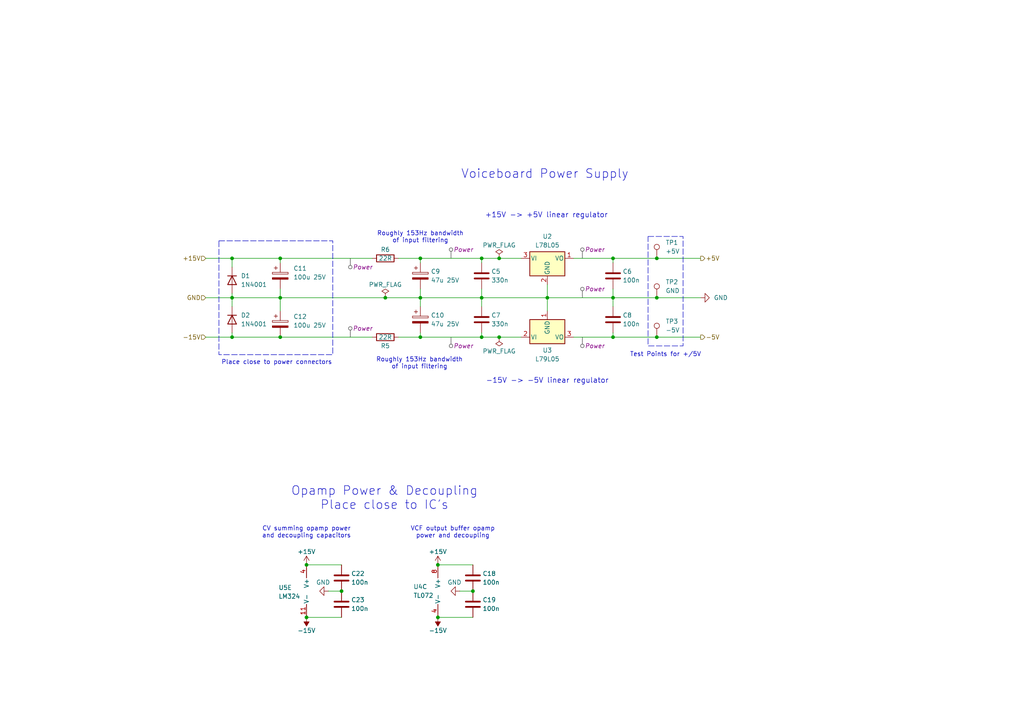
<source format=kicad_sch>
(kicad_sch (version 20250114) (generator "eeschema") (generator_version "9.0")
  (paper "A4")
  (title_block (title "Soltrejf Voiceboard Power") (date "2025-03-02") (rev "1.1"))
  (lib_symbols
    (symbol "Amplifier_Operational:LM324" (pin_names (offset 0.127))
      (property "Reference" "U" (at 0 5.08 0))
      (property "Value" "LM324" (at 0 -5.08 0))
      (symbol "LM324_1_1"
        (polyline (pts (xy -5.08 5.08) (xy 5.08 0) (xy -5.08 -5.08) (xy -5.08 5.08)) (stroke (width 0.254)) (fill (type background)))
        (pin input line (at -7.62 2.54 0) (length 2.54) (name "+") (number "3"))
        (pin input line (at -7.62 -2.54 0) (length 2.54) (name "-") (number "2"))
        (pin output line (at 7.62 0 180) (length 2.54) (name "~") (number "1"))
      )
      (symbol "LM324_2_1"
        (polyline (pts (xy -5.08 5.08) (xy 5.08 0) (xy -5.08 -5.08) (xy -5.08 5.08)) (stroke (width 0.254)) (fill (type background)))
        (pin input line (at -7.62 2.54 0) (length 2.54) (name "+") (number "5"))
        (pin input line (at -7.62 -2.54 0) (length 2.54) (name "-") (number "6"))
        (pin output line (at 7.62 0 180) (length 2.54) (name "~") (number "7"))
      )
      (symbol "LM324_3_1"
        (polyline (pts (xy -5.08 5.08) (xy 5.08 0) (xy -5.08 -5.08) (xy -5.08 5.08)) (stroke (width 0.254)) (fill (type background)))
        (pin input line (at -7.62 2.54 0) (length 2.54) (name "+") (number "10"))
        (pin input line (at -7.62 -2.54 0) (length 2.54) (name "-") (number "9"))
        (pin output line (at 7.62 0 180) (length 2.54) (name "~") (number "8"))
      )
      (symbol "LM324_4_1"
        (polyline (pts (xy -5.08 5.08) (xy 5.08 0) (xy -5.08 -5.08) (xy -5.08 5.08)) (stroke (width 0.254)) (fill (type background)))
        (pin input line (at -7.62 2.54 0) (length 2.54) (name "+") (number "12"))
        (pin input line (at -7.62 -2.54 0) (length 2.54) (name "-") (number "13"))
        (pin output line (at 7.62 0 180) (length 2.54) (name "~") (number "14"))
      )
      (symbol "LM324_5_1"
        (pin power_in line (at -2.54 7.62 270) (length 3.81) (name "V+") (number "4"))
        (pin power_in line (at -2.54 -7.62 90) (length 3.81) (name "V-") (number "11"))
      )
    )
    (symbol "Amplifier_Operational:TL072" (pin_names (offset 0.127))
      (property "Reference" "U" (at 0 5.08 0))
      (property "Value" "TL072" (at 0 -5.08 0))
      (symbol "TL072_1_1"
        (polyline (pts (xy -5.08 5.08) (xy 5.08 0) (xy -5.08 -5.08) (xy -5.08 5.08)) (stroke (width 0.254)) (fill (type background)))
        (pin input line (at -7.62 2.54 0) (length 2.54) (name "+") (number "3"))
        (pin input line (at -7.62 -2.54 0) (length 2.54) (name "-") (number "2"))
        (pin output line (at 7.62 0 180) (length 2.54) (name "~") (number "1"))
      )
      (symbol "TL072_2_1"
        (polyline (pts (xy -5.08 5.08) (xy 5.08 0) (xy -5.08 -5.08) (xy -5.08 5.08)) (stroke (width 0.254)) (fill (type background)))
        (pin input line (at -7.62 2.54 0) (length 2.54) (name "+") (number "5"))
        (pin input line (at -7.62 -2.54 0) (length 2.54) (name "-") (number "6"))
        (pin output line (at 7.62 0 180) (length 2.54) (name "~") (number "7"))
      )
      (symbol "TL072_3_1"
        (pin power_in line (at -2.54 7.62 270) (length 3.81) (name "V+") (number "8"))
        (pin power_in line (at -2.54 -7.62 90) (length 3.81) (name "V-") (number "4"))
      )
    )
    (symbol "Connector:TestPoint" (pin_numbers (hide yes)) (pin_names (offset 0.762) (hide yes))
      (property "Reference" "TP" (at 0 6.858 0))
      (property "Value" "TestPoint" (at 0 5.08 0))
      (symbol "TestPoint_0_1"
        (circle (center 0 3.302) (radius 0.762))
      )
      (symbol "TestPoint_1_1"
        (pin passive line (at 0 0 90) (length 2.54) (name "1") (number "1"))
      )
    )
    (symbol "Device:C" (pin_numbers (hide yes)) (pin_names (offset 0.254))
      (property "Reference" "C" (at 0.635 2.54 0))
      (property "Value" "C" (at 0.635 -2.54 0))
      (symbol "C_0_1"
        (polyline (pts (xy -2.032 0.762) (xy 2.032 0.762)) (stroke (width 0.508)))
        (polyline (pts (xy -2.032 -0.762) (xy 2.032 -0.762)) (stroke (width 0.508)))
      )
      (symbol "C_1_1"
        (pin passive line (at 0 3.81 270) (length 2.794) (name "~") (number "1"))
        (pin passive line (at 0 -3.81 90) (length 2.794) (name "~") (number "2"))
      )
    )
    (symbol "Device:C_Polarized" (pin_numbers (hide yes)) (pin_names (offset 0.254))
      (property "Reference" "C" (at 0.635 2.54 0))
      (property "Value" "C_Polarized" (at 0.635 -2.54 0))
      (symbol "C_Polarized_0_1"
        (rectangle (start -2.286 0.508) (end 2.286 1.016))
        (polyline (pts (xy -1.778 2.286) (xy -0.762 2.286)))
        (polyline (pts (xy -1.27 2.794) (xy -1.27 1.778)))
        (rectangle (start 2.286 -0.508) (end -2.286 -1.016) (fill (type outline)))
      )
      (symbol "C_Polarized_1_1"
        (pin passive line (at 0 3.81 270) (length 2.794) (name "~") (number "1"))
        (pin passive line (at 0 -3.81 90) (length 2.794) (name "~") (number "2"))
      )
    )
    (symbol "Device:R" (pin_numbers (hide yes)) (pin_names (offset 0))
      (property "Reference" "R" (at 2.032 0 90))
      (property "Value" "R" (at 0 0 90))
      (symbol "R_0_1"
        (rectangle (start -1.016 -2.54) (end 1.016 2.54) (stroke (width 0.254)))
      )
      (symbol "R_1_1"
        (pin passive line (at 0 3.81 270) (length 1.27) (name "~") (number "1"))
        (pin passive line (at 0 -3.81 90) (length 1.27) (name "~") (number "2"))
      )
    )
    (symbol "Diode:1N4001" (pin_numbers (hide yes)) (pin_names (hide yes))
      (property "Reference" "D" (at 0 2.54 0))
      (property "Value" "1N4001" (at 0 -2.54 0))
      (symbol "1N4001_0_1"
        (polyline (pts (xy -1.27 1.27) (xy -1.27 -1.27)) (stroke (width 0.254)))
        (polyline (pts (xy 1.27 1.27) (xy 1.27 -1.27) (xy -1.27 0) (xy 1.27 1.27)) (stroke (width 0.254)))
        (polyline (pts (xy 1.27 0) (xy -1.27 0)))
      )
      (symbol "1N4001_1_1"
        (pin passive line (at -3.81 0 0) (length 2.54) (name "K") (number "1"))
        (pin passive line (at 3.81 0 180) (length 2.54) (name "A") (number "2"))
      )
    )
    (symbol "Regulator_Linear:L78L05_TO92" (pin_names (offset 0.254))
      (property "Reference" "U" (at -3.81 3.175 0))
      (property "Value" "L78L05_TO92" (at 0 3.175 0))
      (symbol "L78L05_TO92_0_1"
        (rectangle (start -5.08 -5.08) (end 5.08 1.905) (stroke (width 0.254)) (fill (type background)))
      )
      (symbol "L78L05_TO92_1_1"
        (pin power_in line (at -7.62 0 0) (length 2.54) (name "VI") (number "3"))
        (pin power_in line (at 0 -7.62 90) (length 2.54) (name "GND") (number "2"))
        (pin power_out line (at 7.62 0 180) (length 2.54) (name "VO") (number "1"))
      )
    )
    (symbol "Regulator_Linear:L79L05_TO92" (pin_names (offset 0.254))
      (property "Reference" "U" (at -3.81 -3.175 0))
      (property "Value" "L79L05_TO92" (at 0 -3.175 0))
      (symbol "L79L05_TO92_0_1"
        (rectangle (start -5.08 5.08) (end 5.08 -1.905) (stroke (width 0.254)) (fill (type background)))
      )
      (symbol "L79L05_TO92_1_1"
        (pin power_in line (at -7.62 0 0) (length 2.54) (name "VI") (number "2"))
        (pin power_in line (at 0 7.62 270) (length 2.54) (name "GND") (number "1"))
        (pin power_out line (at 7.62 0 180) (length 2.54) (name "VO") (number "3"))
      )
    )
    (symbol "power:+15V" (power) (pin_numbers (hide yes)) (pin_names (offset 0) (hide yes))
      (property "Value" "+15V" (at 0 3.556 0))
      (symbol "+15V_0_1"
        (polyline (pts (xy -0.762 1.27) (xy 0 2.54)))
        (polyline (pts (xy 0 2.54) (xy 0.762 1.27)))
        (polyline (pts (xy 0 0) (xy 0 2.54)))
      )
      (symbol "+15V_1_1"
        (pin power_in line (at 0 0 90) (length 0) (name "~") (number "1"))
      )
    )
    (symbol "power:-15V" (power) (pin_numbers (hide yes)) (pin_names (offset 0) (hide yes))
      (property "Value" "-15V" (at 0 3.556 0))
      (symbol "-15V_0_0"
        (pin power_in line (at 0 0 90) (length 0) (name "~") (number "1"))
      )
      (symbol "-15V_0_1"
        (polyline (pts (xy 0 0) (xy 0 1.27) (xy 0.762 1.27) (xy 0 2.54) (xy -0.762 1.27) (xy 0 1.27)) (fill (type outline)))
      )
    )
    (symbol "power:GND" (power) (pin_numbers (hide yes)) (pin_names (offset 0) (hide yes))
      (property "Value" "GND" (at 0 -3.81 0))
      (symbol "GND_0_1"
        (polyline (pts (xy 0 0) (xy 0 -1.27) (xy 1.27 -1.27) (xy 0 -2.54) (xy -1.27 -1.27) (xy 0 -1.27)))
      )
      (symbol "GND_1_1"
        (pin power_in line (at 0 0 270) (length 0) (name "~") (number "1"))
      )
    )
    (symbol "power:PWR_FLAG" (power) (pin_numbers (hide yes)) (pin_names (offset 0) (hide yes))
      (property "Value" "PWR_FLAG" (at 0 3.81 0))
      (symbol "PWR_FLAG_0_0"
        (pin power_out line (at 0 0 90) (length 0) (name "~") (number "1"))
      )
      (symbol "PWR_FLAG_0_1"
        (polyline (pts (xy 0 0) (xy 0 1.27) (xy -1.016 1.905) (xy 0 2.54) (xy 1.016 1.905) (xy 0 1.27)))
      )
    )
  )
  (rectangle (start 63.5 69.85) (end 96.52 102.87) (stroke (width 0) (type dash)))
  (rectangle (start 187.96 68.58) (end 198.12 100.33) (stroke (width 0) (type dash)))
  (text "-15V -> -5V linear regulator" (at 158.75 110.49 0) (effects (font (size 1.5 1.5))))
  (text "VCF output buffer opamp\npower and decoupling" (at 131.318 154.432 0) (effects (font (size 1.27 1.27))))
  (text "+15V -> +5V linear regulator" (at 158.496 62.484 0) (effects (font (size 1.5 1.5))))
  (text "Opamp Power & Decoupling\nPlace close to IC's" (at 111.506 144.526 0) (effects (font (size 2.54 2.54))))
  (text "Place close to power connectors" (at 80.264 105.156 0) (effects (font (size 1.27 1.27))))
  (text "CV summing opamp power\nand decoupling capacitors" (at 88.9 154.432 0) (effects (font (size 1.27 1.27))))
  (text "Roughly 153Hz bandwidth\nof input filtering" (at 121.92 68.834 0) (effects (font (size 1.27 1.27))))
  (text "Test Points for +/5V" (at 193.04 102.87 0) (effects (font (size 1.27 1.27))))
  (text "Voiceboard Power Supply " (at 159.004 50.546 0) (effects (font (size 2.54 2.54))))
  (text "Roughly 153Hz bandwidth\nof input filtering" (at 121.666 105.41 0) (effects (font (size 1.27 1.27))))
  (junction (at 88.9 163.83))
  (junction (at 144.78 97.79))
  (junction (at 139.7 74.93))
  (junction (at 177.8 86.36))
  (junction (at 67.31 97.79))
  (junction (at 144.78 74.93))
  (junction (at 190.5 97.79))
  (junction (at 81.28 74.93))
  (junction (at 81.28 97.79))
  (junction (at 127 163.83))
  (junction (at 158.75 86.36))
  (junction (at 67.31 86.36))
  (junction (at 177.8 97.79))
  (junction (at 99.06 171.45))
  (junction (at 137.16 171.45))
  (junction (at 121.92 97.79))
  (junction (at 190.5 86.36))
  (junction (at 139.7 86.36))
  (junction (at 190.5 74.93))
  (junction (at 127 179.07))
  (junction (at 88.9 179.07))
  (junction (at 121.92 74.93))
  (junction (at 139.7 97.79))
  (junction (at 177.8 74.93))
  (junction (at 121.92 86.36))
  (junction (at 67.31 74.93))
  (junction (at 111.76 86.36))
  (junction (at 81.28 86.36))
  (wire (pts (xy 139.7 83.82) (xy 139.7 86.36)))
  (wire (pts (xy 59.69 74.93) (xy 67.31 74.93)))
  (wire (pts (xy 121.92 83.82) (xy 121.92 86.36)))
  (wire (pts (xy 144.78 74.93) (xy 151.13 74.93)))
  (wire (pts (xy 139.7 74.93) (xy 144.78 74.93)))
  (wire (pts (xy 81.28 86.36) (xy 111.76 86.36)))
  (wire (pts (xy 81.28 97.79) (xy 107.95 97.79)))
  (wire (pts (xy 127 163.83) (xy 137.16 163.83)))
  (wire (pts (xy 177.8 96.52) (xy 177.8 97.79)))
  (wire (pts (xy 59.69 86.36) (xy 67.31 86.36)))
  (wire (pts (xy 166.37 97.79) (xy 177.8 97.79)))
  (wire (pts (xy 177.8 86.36) (xy 190.5 86.36)))
  (wire (pts (xy 88.9 179.07) (xy 99.06 179.07)))
  (wire (pts (xy 190.5 74.93) (xy 203.2 74.93)))
  (wire (pts (xy 158.75 86.36) (xy 158.75 82.55)))
  (wire (pts (xy 67.31 85.09) (xy 67.31 86.36)))
  (wire (pts (xy 59.69 97.79) (xy 67.31 97.79)))
  (wire (pts (xy 115.57 74.93) (xy 121.92 74.93)))
  (wire (pts (xy 121.92 76.2) (xy 121.92 74.93)))
  (wire (pts (xy 111.76 86.36) (xy 121.92 86.36)))
  (wire (pts (xy 139.7 86.36) (xy 158.75 86.36)))
  (wire (pts (xy 67.31 86.36) (xy 81.28 86.36)))
  (wire (pts (xy 81.28 74.93) (xy 81.28 76.2)))
  (wire (pts (xy 121.92 86.36) (xy 139.7 86.36)))
  (wire (pts (xy 127 179.07) (xy 137.16 179.07)))
  (wire (pts (xy 190.5 97.79) (xy 203.2 97.79)))
  (wire (pts (xy 177.8 74.93) (xy 177.8 76.2)))
  (wire (pts (xy 139.7 97.79) (xy 144.78 97.79)))
  (wire (pts (xy 158.75 86.36) (xy 158.75 90.17)))
  (wire (pts (xy 121.92 88.9) (xy 121.92 86.36)))
  (wire (pts (xy 115.57 97.79) (xy 121.92 97.79)))
  (wire (pts (xy 67.31 74.93) (xy 67.31 77.47)))
  (wire (pts (xy 81.28 86.36) (xy 81.28 90.17)))
  (wire (pts (xy 177.8 97.79) (xy 190.5 97.79)))
  (wire (pts (xy 144.78 97.79) (xy 151.13 97.79)))
  (wire (pts (xy 166.37 74.93) (xy 177.8 74.93)))
  (wire (pts (xy 81.28 74.93) (xy 107.95 74.93)))
  (wire (pts (xy 139.7 96.52) (xy 139.7 97.79)))
  (wire (pts (xy 139.7 76.2) (xy 139.7 74.93)))
  (wire (pts (xy 95.25 171.45) (xy 99.06 171.45)))
  (wire (pts (xy 67.31 74.93) (xy 81.28 74.93)))
  (wire (pts (xy 158.75 86.36) (xy 177.8 86.36)))
  (wire (pts (xy 177.8 86.36) (xy 177.8 88.9)))
  (wire (pts (xy 177.8 83.82) (xy 177.8 86.36)))
  (wire (pts (xy 121.92 97.79) (xy 139.7 97.79)))
  (wire (pts (xy 190.5 86.36) (xy 203.2 86.36)))
  (wire (pts (xy 133.35 171.45) (xy 137.16 171.45)))
  (wire (pts (xy 67.31 86.36) (xy 67.31 88.9)))
  (wire (pts (xy 121.92 74.93) (xy 139.7 74.93)))
  (wire (pts (xy 121.92 96.52) (xy 121.92 97.79)))
  (wire (pts (xy 81.28 83.82) (xy 81.28 86.36)))
  (wire (pts (xy 88.9 163.83) (xy 99.06 163.83)))
  (wire (pts (xy 67.31 97.79) (xy 81.28 97.79)))
  (wire (pts (xy 177.8 74.93) (xy 190.5 74.93)))
  (wire (pts (xy 67.31 96.52) (xy 67.31 97.79)))
  (wire (pts (xy 139.7 88.9) (xy 139.7 86.36)))
  (hierarchical_label "-5V" (shape output) (at 203.2 97.79 0))
  (hierarchical_label "GND" (shape input) (at 59.69 86.36 180))
  (hierarchical_label "-15V" (shape input) (at 59.69 97.79 180))
  (hierarchical_label "+5V" (shape output) (at 203.2 74.93 0))
  (hierarchical_label "+15V" (shape input) (at 59.69 74.93 180))
  (netclass_flag "" (length 2.54) (shape round) (at 101.6 97.79 0) (property "Netclass" "Power" (at 102.2985 95.25 0) (effects (font (italic yes)) (justify left))))
  (netclass_flag "" (length 2.54) (shape round) (at 130.81 97.79 180) (property "Netclass" "Power" (at 131.5085 100.33 0) (effects (font (italic yes)) (justify left))))
  (netclass_flag "" (length 2.54) (shape round) (at 168.91 86.36 0) (property "Netclass" "Power" (at 169.6085 83.82 0) (effects (font (italic yes)) (justify left))))
  (netclass_flag "" (length 2.54) (shape round) (at 168.91 74.93 0) (property "Netclass" "Power" (at 169.6085 72.39 0) (effects (font (italic yes)) (justify left))))
  (netclass_flag "" (length 2.54) (shape round) (at 101.6 74.93 180) (property "Netclass" "Power" (at 102.2985 77.47 0) (effects (font (italic yes)) (justify left))))
  (netclass_flag "" (length 2.54) (shape round) (at 168.91 97.79 180) (property "Netclass" "Power" (at 169.6085 100.33 0) (effects (font (italic yes)) (justify left))))
  (netclass_flag "" (length 2.54) (shape round) (at 130.81 74.93 0) (property "Netclass" "Power" (at 131.5085 72.39 0) (effects (font (italic yes)) (justify left))))
  (symbol (lib_id "power:PWR_FLAG") (at 144.78 74.93 0) (unit 1)
    (property "Reference" "#FLG02" (effects (hide yes)))
    (property "Value" "PWR_FLAG" (at 144.78 71.12 0))
    (property "Description" "Special symbol for telling ERC where power comes from" (effects (hide yes)))
  )
  (symbol (lib_id "Device:C_Polarized") (at 121.92 92.71 0) (unit 1)
    (property "Reference" "C10" (at 124.968 91.44 0) (effects (justify left)))
    (property "Value" "47u 25V" (at 124.968 93.98 0) (effects (justify left)))
    (property "Footprint" "Capacitor_THT:CP_Radial_D5.0mm_P2.50mm" (effects (hide yes)))
    (property "Description" "Polarized capacitor" (effects (hide yes)))
  )
  (symbol (lib_id "power:+15V") (at 127 163.83 0) (unit 1)
    (property "Reference" "#PWR030" (effects (hide yes)))
    (property "Value" "+15V" (at 127 160.02 0))
    (property "Description" "Power symbol creates a global label with name \"+15V\"" (effects (hide yes)))
  )
  (symbol (lib_id "Diode:1N4001") (at 67.31 81.28 270) (unit 1)
    (property "Reference" "D1" (at 69.85 80.0099 90) (effects (justify left)))
    (property "Value" "1N4001" (at 69.85 82.5499 90) (effects (justify left)))
    (property "Footprint" "Diode_THT:D_DO-41_SOD81_P10.16mm_Horizontal" (effects (hide yes)))
    (property "Datasheet" "http://www.vishay.com/docs/88503/1n4001.pdf" (effects (hide yes)))
    (property "Description" "50V 1A General Purpose Rectifier Diode, DO-41" (effects (hide yes)))
    (property "Sim.Device" "D" (effects (hide yes)))
    (property "Sim.Pins" "1=K 2=A" (effects (hide yes)))
  )
  (symbol (lib_id "Amplifier_Operational:LM324") (at 91.44 171.45 0) (unit 5)
    (property "Reference" "U5" (at 80.772 170.434 0) (effects (justify left)))
    (property "Value" "LM324" (at 80.772 172.974 0) (effects (justify left)))
    (property "Footprint" "Package_DIP:DIP-14_W7.62mm" (effects (hide yes)))
    (property "Datasheet" "http://www.ti.com/lit/ds/symlink/lm2902-n.pdf" (effects (hide yes)))
    (property "Description" "Low-Power, Quad-Operational Amplifiers, DIP-14/SOIC-14/SSOP-14" (effects (hide yes)))
  )
  (symbol (lib_id "Connector:TestPoint") (at 190.5 86.36 0) (unit 1)
    (property "Reference" "TP2" (at 193.04 81.7879 0) (effects (justify left)))
    (property "Value" "GND" (at 193.04 84.3279 0) (effects (justify left)))
    (property "Footprint" "TestPoint:TestPoint_Loop_D2.50mm_Drill1.0mm" (effects (hide yes)))
    (property "Description" "test point" (effects (hide yes)))
  )
  (symbol (lib_id "Device:C") (at 99.06 167.64 0) (unit 1)
    (property "Reference" "C22" (at 101.854 166.37 0) (effects (justify left)))
    (property "Value" "100n" (at 101.854 168.91 0) (effects (justify left)))
    (property "Footprint" "Capacitor_THT:C_Disc_D5.0mm_W2.5mm_P5.00mm" (effects (hide yes)))
    (property "Description" "Unpolarized capacitor" (effects (hide yes)))
  )
  (symbol (lib_id "Device:C_Polarized") (at 81.28 93.98 0) (unit 1)
    (property "Reference" "C12" (at 85.09 91.8209 0) (effects (justify left)))
    (property "Value" "100u 25V" (at 85.09 94.3609 0) (effects (justify left)))
    (property "Footprint" "Capacitor_THT:CP_Radial_D6.3mm_P2.50mm" (effects (hide yes)))
    (property "Description" "Polarized capacitor" (effects (hide yes)))
  )
  (symbol (lib_id "Device:C") (at 137.16 167.64 0) (unit 1)
    (property "Reference" "C18" (at 139.954 166.37 0) (effects (justify left)))
    (property "Value" "100n" (at 139.954 168.91 0) (effects (justify left)))
    (property "Footprint" "Capacitor_THT:C_Disc_D5.0mm_W2.5mm_P5.00mm" (effects (hide yes)))
    (property "Description" "Unpolarized capacitor" (effects (hide yes)))
  )
  (symbol (lib_id "Regulator_Linear:L79L05_TO92") (at 158.75 97.79 0) (unit 1)
    (property "Reference" "U3" (at 158.75 101.6 0))
    (property "Value" "L79L05" (at 158.75 104.14 0))
    (property "Footprint" "Package_TO_SOT_THT:TO-92_Inline" (effects (hide yes)))
    (property "Datasheet" "http://www.farnell.com/datasheets/1827870.pdf" (effects (hide yes)))
    (property "Description" "Negative 100mA -30V Linear Regulator, Fixed Output -5V, TO-92" (effects (hide yes)))
  )
  (symbol (lib_id "Regulator_Linear:L78L05_TO92") (at 158.75 74.93 0) (unit 1)
    (property "Reference" "U2" (at 158.75 68.58 0))
    (property "Value" "L78L05" (at 158.75 71.12 0))
    (property "Footprint" "Package_TO_SOT_THT:TO-92_Inline" (effects (hide yes)))
    (property "Datasheet" "http://www.st.com/content/ccc/resource/technical/document/datasheet/15/55/e5/aa/23/5b/43/fd/CD00000446.pdf/files/CD00000446.pdf/jcr:content/translations/en.CD00000446.pdf" (effects (hide yes)))
    (property "Description" "Positive 100mA 30V Linear Regulator, Fixed Output 5V, TO-92" (effects (hide yes)))
  )
  (symbol (lib_id "Device:C") (at 139.7 92.71 0) (unit 1)
    (property "Reference" "C7" (at 142.494 91.44 0) (effects (justify left)))
    (property "Value" "330n" (at 142.494 93.98 0) (effects (justify left)))
    (property "Footprint" "Capacitor_THT:C_Disc_D5.0mm_W2.5mm_P5.00mm" (effects (hide yes)))
    (property "Description" "Unpolarized capacitor" (effects (hide yes)))
  )
  (symbol (lib_id "power:PWR_FLAG") (at 144.78 97.79 180) (unit 1)
    (property "Reference" "#FLG01" (effects (hide yes)))
    (property "Value" "PWR_FLAG" (at 144.78 101.854 0))
    (property "Description" "Special symbol for telling ERC where power comes from" (effects (hide yes)))
  )
  (symbol (lib_id "Device:R") (at 111.76 97.79 90) (unit 1)
    (property "Reference" "R5" (at 111.76 100.33 90))
    (property "Value" "22R" (at 111.76 97.79 90))
    (property "Footprint" "Resistor_THT:R_Axial_DIN0207_L6.3mm_D2.5mm_P10.16mm_Horizontal" (effects (hide yes)))
    (property "Description" "Resistor" (effects (hide yes)))
  )
  (symbol (lib_id "Connector:TestPoint") (at 190.5 74.93 0) (unit 1)
    (property "Reference" "TP1" (at 193.04 70.3579 0) (effects (justify left)))
    (property "Value" "+5V" (at 193.04 72.8979 0) (effects (justify left)))
    (property "Footprint" "TestPoint:TestPoint_Loop_D2.50mm_Drill1.0mm" (effects (hide yes)))
    (property "Description" "test point" (effects (hide yes)))
  )
  (symbol (lib_id "power:-15V") (at 88.9 179.07 180) (unit 1)
    (property "Reference" "#PWR037" (effects (hide yes)))
    (property "Value" "-15V" (at 88.9 182.88 0))
    (property "Description" "Power symbol creates a global label with name \"-15V\"" (effects (hide yes)))
  )
  (symbol (lib_id "power:+15V") (at 88.9 163.83 0) (unit 1)
    (property "Reference" "#PWR036" (effects (hide yes)))
    (property "Value" "+15V" (at 88.9 160.02 0))
    (property "Description" "Power symbol creates a global label with name \"+15V\"" (effects (hide yes)))
  )
  (symbol (lib_id "Device:C") (at 177.8 80.01 0) (unit 1)
    (property "Reference" "C6" (at 180.594 78.74 0) (effects (justify left)))
    (property "Value" "100n" (at 180.594 81.28 0) (effects (justify left)))
    (property "Footprint" "Capacitor_THT:C_Disc_D5.0mm_W2.5mm_P5.00mm" (effects (hide yes)))
    (property "Description" "Unpolarized capacitor" (effects (hide yes)))
  )
  (symbol (lib_id "Device:C") (at 177.8 92.71 0) (unit 1)
    (property "Reference" "C8" (at 180.594 91.44 0) (effects (justify left)))
    (property "Value" "100n" (at 180.594 93.98 0) (effects (justify left)))
    (property "Footprint" "Capacitor_THT:C_Disc_D5.0mm_W2.5mm_P5.00mm" (effects (hide yes)))
    (property "Description" "Unpolarized capacitor" (effects (hide yes)))
  )
  (symbol (lib_id "Connector:TestPoint") (at 190.5 97.79 0) (unit 1)
    (property "Reference" "TP3" (at 193.04 93.2179 0) (effects (justify left)))
    (property "Value" "-5V" (at 193.04 95.7579 0) (effects (justify left)))
    (property "Footprint" "TestPoint:TestPoint_Loop_D2.50mm_Drill1.0mm" (effects (hide yes)))
    (property "Description" "test point" (effects (hide yes)))
  )
  (symbol (lib_id "Device:C") (at 99.06 175.26 0) (unit 1)
    (property "Reference" "C23" (at 101.854 173.99 0) (effects (justify left)))
    (property "Value" "100n" (at 101.854 176.53 0) (effects (justify left)))
    (property "Footprint" "Capacitor_THT:C_Disc_D5.0mm_W2.5mm_P5.00mm" (effects (hide yes)))
    (property "Description" "Unpolarized capacitor" (effects (hide yes)))
  )
  (symbol (lib_id "power:GND") (at 95.25 171.45 270) (unit 1)
    (property "Reference" "#PWR038" (effects (hide yes)))
    (property "Value" "GND" (at 95.758 168.91 90) (effects (justify right)))
    (property "Description" "Power symbol creates a global label with name \"GND\" , ground" (effects (hide yes)))
  )
  (symbol (lib_id "Device:C_Polarized") (at 121.92 80.01 0) (unit 1)
    (property "Reference" "C9" (at 124.968 78.74 0) (effects (justify left)))
    (property "Value" "47u 25V" (at 124.968 81.28 0) (effects (justify left)))
    (property "Footprint" "Capacitor_THT:CP_Radial_D5.0mm_P2.50mm" (effects (hide yes)))
    (property "Description" "Polarized capacitor" (effects (hide yes)))
  )
  (symbol (lib_id "Amplifier_Operational:TL072") (at 129.54 171.45 0) (unit 3)
    (property "Reference" "U4" (at 119.888 170.18 0) (effects (justify left)))
    (property "Value" "TL072" (at 119.888 172.72 0) (effects (justify left)))
    (property "Footprint" "Package_DIP:DIP-8_W7.62mm_Socket" (effects (hide yes)))
    (property "Datasheet" "http://www.ti.com/lit/ds/symlink/tl071.pdf" (effects (hide yes)))
    (property "Description" "Dual Low-Noise JFET-Input Operational Amplifiers, DIP-8/SOIC-8" (effects (hide yes)))
  )
  (symbol (lib_id "Device:C") (at 139.7 80.01 0) (unit 1)
    (property "Reference" "C5" (at 142.494 78.74 0) (effects (justify left)))
    (property "Value" "330n" (at 142.494 81.28 0) (effects (justify left)))
    (property "Footprint" "Capacitor_THT:C_Disc_D5.0mm_W2.5mm_P5.00mm" (effects (hide yes)))
    (property "Description" "Unpolarized capacitor" (effects (hide yes)))
  )
  (symbol (lib_id "power:PWR_FLAG") (at 111.76 86.36 0) (unit 1)
    (property "Reference" "#FLG03" (effects (hide yes)))
    (property "Value" "PWR_FLAG" (at 111.76 82.55 0))
    (property "Description" "Special symbol for telling ERC where power comes from" (effects (hide yes)))
  )
  (symbol (lib_id "power:GND") (at 203.2 86.36 90) (unit 1)
    (property "Reference" "#PWR07" (effects (hide yes)))
    (property "Value" "GND" (at 207.01 86.3599 90) (effects (justify right)))
    (property "Description" "Power symbol creates a global label with name \"GND\" , ground" (effects (hide yes)))
  )
  (symbol (lib_id "Device:C_Polarized") (at 81.28 80.01 0) (unit 1)
    (property "Reference" "C11" (at 85.09 77.8509 0) (effects (justify left)))
    (property "Value" "100u 25V" (at 85.09 80.3909 0) (effects (justify left)))
    (property "Footprint" "Capacitor_THT:CP_Radial_D6.3mm_P2.50mm" (effects (hide yes)))
    (property "Description" "Polarized capacitor" (effects (hide yes)))
  )
  (symbol (lib_id "Device:C") (at 137.16 175.26 0) (unit 1)
    (property "Reference" "C19" (at 139.954 173.99 0) (effects (justify left)))
    (property "Value" "100n" (at 139.954 176.53 0) (effects (justify left)))
    (property "Footprint" "Capacitor_THT:C_Disc_D5.0mm_W2.5mm_P5.00mm" (effects (hide yes)))
    (property "Description" "Unpolarized capacitor" (effects (hide yes)))
  )
  (symbol (lib_id "power:GND") (at 133.35 171.45 270) (unit 1)
    (property "Reference" "#PWR031" (effects (hide yes)))
    (property "Value" "GND" (at 133.858 168.91 90) (effects (justify right)))
    (property "Description" "Power symbol creates a global label with name \"GND\" , ground" (effects (hide yes)))
  )
  (symbol (lib_id "power:-15V") (at 127 179.07 180) (unit 1)
    (property "Reference" "#PWR032" (effects (hide yes)))
    (property "Value" "-15V" (at 127 182.88 0))
    (property "Description" "Power symbol creates a global label with name \"-15V\"" (effects (hide yes)))
  )
  (symbol (lib_id "Diode:1N4001") (at 67.31 92.71 270) (unit 1)
    (property "Reference" "D2" (at 69.85 91.4399 90) (effects (justify left)))
    (property "Value" "1N4001" (at 69.85 93.9799 90) (effects (justify left)))
    (property "Footprint" "Diode_THT:D_DO-41_SOD81_P10.16mm_Horizontal" (effects (hide yes)))
    (property "Datasheet" "http://www.vishay.com/docs/88503/1n4001.pdf" (effects (hide yes)))
    (property "Description" "50V 1A General Purpose Rectifier Diode, DO-41" (effects (hide yes)))
    (property "Sim.Device" "D" (effects (hide yes)))
    (property "Sim.Pins" "1=K 2=A" (effects (hide yes)))
  )
  (symbol (lib_id "Device:R") (at 111.76 74.93 90) (unit 1)
    (property "Reference" "R6" (at 111.76 72.39 90))
    (property "Value" "22R" (at 111.76 74.93 90))
    (property "Footprint" "Resistor_THT:R_Axial_DIN0207_L6.3mm_D2.5mm_P10.16mm_Horizontal" (effects (hide yes)))
    (property "Description" "Resistor" (effects (hide yes)))
  )
)
</source>
